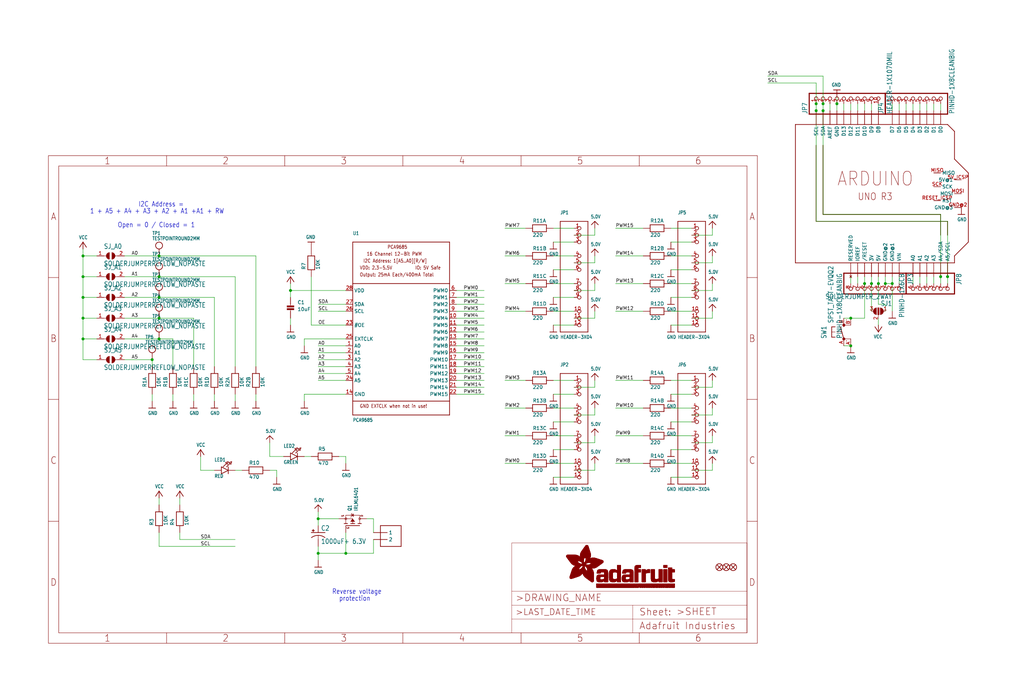
<source format=kicad_sch>
(kicad_sch (version 20211123) (generator eeschema)
  (paper "User" 376.047 256.769)
  (lib_symbols
    (symbol "eagleSchem-eagle-import:5.0V" (power)
      (property "Value" "5.0V" (at -1.524 3.556 0))
      (symbol "5.0V_1_0"
        (pin power_in line (at 0 0 90) (length 2.54) (name "5.0V") (number "1"))
      )
    )
    (symbol "eagleSchem-eagle-import:ARDUINO_R3_ICSP"
      (symbol "ARDUINO_R3_ICSP_1_0"
        (text "ARDUINO" (at 15.24 27.94 0) (effects (font (size 5.08 4.318)) (justify left bottom)))
        (text "UNO R3" (at 22.86 22.86 0) (effects (font (size 2.54 2.159)) (justify left bottom)))
        (pin power_in line (at 27.94 -5.08 90) (length 5.08) (name "3V") (number "3V"))
        (pin power_in line (at 30.48 -5.08 90) (length 5.08) (name "5V") (number "5V"))
        (pin passive line (at 60.96 30.48 180) (length 2.54) (name "5V@1") (number "5V_ICSP"))
        (pin bidirectional line (at 43.18 -5.08 90) (length 5.08) (name "A0") (number "A0"))
        (pin bidirectional line (at 45.72 -5.08 90) (length 5.08) (name "A1") (number "A1"))
        (pin bidirectional line (at 48.26 -5.08 90) (length 5.08) (name "A2") (number "A2"))
        (pin bidirectional line (at 50.8 -5.08 90) (length 5.08) (name "A3") (number "A3"))
        (pin bidirectional line (at 53.34 -5.08 90) (length 5.08) (name "A4/SDA") (number "A4"))
        (pin bidirectional line (at 55.88 -5.08 90) (length 5.08) (name "A5/SCL") (number "A5"))
        (pin bidirectional line (at 12.7 55.88 270) (length 5.08) (name "AREF") (number "AREF"))
        (pin bidirectional line (at 53.34 55.88 270) (length 5.08) (name "D0") (number "D0"))
        (pin bidirectional line (at 50.8 55.88 270) (length 5.08) (name "D1") (number "D1"))
        (pin bidirectional line (at 25.4 55.88 270) (length 5.08) (name "D10") (number "D10"))
        (pin bidirectional line (at 22.86 55.88 270) (length 5.08) (name "D11") (number "D11"))
        (pin bidirectional line (at 20.32 55.88 270) (length 5.08) (name "D12") (number "D12"))
        (pin bidirectional line (at 17.78 55.88 270) (length 5.08) (name "D13") (number "D13"))
        (pin bidirectional line (at 48.26 55.88 270) (length 5.08) (name "D2") (number "D2"))
        (pin bidirectional line (at 45.72 55.88 270) (length 5.08) (name "D3") (number "D3"))
        (pin bidirectional line (at 43.18 55.88 270) (length 5.08) (name "D4") (number "D4"))
        (pin bidirectional line (at 40.64 55.88 270) (length 5.08) (name "D5") (number "D5"))
        (pin bidirectional line (at 38.1 55.88 270) (length 5.08) (name "D6") (number "D6"))
        (pin bidirectional line (at 35.56 55.88 270) (length 5.08) (name "D7") (number "D7"))
        (pin bidirectional line (at 30.48 55.88 270) (length 5.08) (name "D8") (number "D8"))
        (pin bidirectional line (at 27.94 55.88 270) (length 5.08) (name "D9") (number "D9"))
        (pin power_in line (at 15.24 55.88 270) (length 5.08) (name "GND") (number "GND"))
        (pin power_in line (at 33.02 -5.08 90) (length 5.08) (name "GND@2") (number "GND@1"))
        (pin passive line (at 60.96 20.32 180) (length 2.54) (name "GND@3") (number "GND@2"))
        (pin power_in line (at 35.56 -5.08 90) (length 5.08) (name "GND@1") (number "GND@3"))
        (pin output line (at 22.86 -5.08 90) (length 5.08) (name "IOREF") (number "IOREF"))
        (pin passive line (at 50.8 33.02 0) (length 2.54) (name "MISO") (number "MISO"))
        (pin passive line (at 60.96 25.4 180) (length 2.54) (name "MOSI") (number "MOSI"))
        (pin no_connect line (at 20.32 -5.08 90) (length 5.08) (name "RESERVED") (number "RESERVED"))
        (pin bidirectional line (at 25.4 -5.08 90) (length 5.08) (name "/RESET") (number "RESET"))
        (pin passive line (at 50.8 22.86 0) (length 2.54) (name "RST") (number "RESET_ICSP"))
        (pin passive line (at 50.8 27.94 0) (length 2.54) (name "SCK") (number "SCK"))
        (pin bidirectional line (at 7.62 55.88 270) (length 5.08) (name "SCL") (number "SCL"))
        (pin bidirectional line (at 10.16 55.88 270) (length 5.08) (name "SDA") (number "SDA"))
        (pin power_in line (at 38.1 -5.08 90) (length 5.08) (name "VIN") (number "VIN"))
      )
    )
    (symbol "eagleSchem-eagle-import:CAP_CERAMIC0805"
      (property "Reference" "C" (at 2.54 2.54 0))
      (property "Value" "CAP_CERAMIC0805" (at 2.54 0 0))
      (symbol "CAP_CERAMIC0805_1_0"
        (pin passive line (at 0 5.08 270) (length 2.54) (name "P$1") (number "1"))
        (pin passive line (at 0 -2.54 90) (length 2.54) (name "P$2") (number "2"))
      )
    )
    (symbol "eagleSchem-eagle-import:CPOL-USE3.5-10"
      (property "Reference" "C" (at 1.016 0.635 0))
      (property "Value" "CPOL-USE3.5-10" (at 1.016 -4.191 0))
      (symbol "CPOL-USE3.5-10_1_0"
        (pin passive line (at 0 2.54 270) (length 2.54) (name "+") (number "+"))
        (pin passive line (at 0 -5.08 90) (length 2.54) (name "-") (number "-"))
      )
    )
    (symbol "eagleSchem-eagle-import:FIDUCIAL{dblquote}{dblquote}")
    (symbol "eagleSchem-eagle-import:FRAME_A4_ADAFRUIT"
      (symbol "FRAME_A4_ADAFRUIT_1_0"
        (text "1" (at 21.6958 1.905 0) (effects (font (size 2.54 2.286))))
        (text "1" (at 21.6958 177.165 0) (effects (font (size 2.54 2.286))))
        (text "2" (at 65.0875 1.905 0) (effects (font (size 2.54 2.286))))
        (text "2" (at 65.0875 177.165 0) (effects (font (size 2.54 2.286))))
        (text "3" (at 108.4792 1.905 0) (effects (font (size 2.54 2.286))))
        (text "3" (at 108.4792 177.165 0) (effects (font (size 2.54 2.286))))
        (text "4" (at 151.8708 1.905 0) (effects (font (size 2.54 2.286))))
        (text "4" (at 151.8708 177.165 0) (effects (font (size 2.54 2.286))))
        (text "5" (at 195.2625 1.905 0) (effects (font (size 2.54 2.286))))
        (text "5" (at 195.2625 177.165 0) (effects (font (size 2.54 2.286))))
        (text "6" (at 238.6542 1.905 0) (effects (font (size 2.54 2.286))))
        (text "6" (at 238.6542 177.165 0) (effects (font (size 2.54 2.286))))
        (text ">DRAWING_NAME" (at 171.45 15.24 0) (effects (font (size 2.54 2.54)) (justify left bottom)))
        (text ">LAST_DATE_TIME" (at 171.45 10.16 0) (effects (font (size 2.286 2.286)) (justify left bottom)))
        (text ">SHEET" (at 230.505 10.16 0) (effects (font (size 2.54 2.54)) (justify left bottom)))
        (text "A" (at 1.905 156.6863 0) (effects (font (size 2.54 2.286))))
        (text "A" (at 258.445 156.6863 0) (effects (font (size 2.54 2.286))))
        (text "Adafruit Industries" (at 216.916 4.953 0) (effects (font (size 2.54 2.54)) (justify left bottom)))
        (text "B" (at 1.905 111.9188 0) (effects (font (size 2.54 2.286))))
        (text "B" (at 258.445 111.9188 0) (effects (font (size 2.54 2.286))))
        (text "C" (at 1.905 67.1513 0) (effects (font (size 2.54 2.286))))
        (text "C" (at 258.445 67.1513 0) (effects (font (size 2.54 2.286))))
        (text "D" (at 1.905 22.3838 0) (effects (font (size 2.54 2.286))))
        (text "D" (at 258.445 22.3838 0) (effects (font (size 2.54 2.286))))
        (text "Sheet:" (at 216.916 10.033 0) (effects (font (size 2.54 2.54)) (justify left bottom)))
      )
    )
    (symbol "eagleSchem-eagle-import:GND" (power)
      (property "Value" "GND" (at -1.524 -2.54 0))
      (symbol "GND_1_0"
        (pin power_in line (at 0 2.54 270) (length 2.54) (name "GND") (number "1"))
      )
    )
    (symbol "eagleSchem-eagle-import:HEADER-1X1070MIL"
      (property "Reference" "JP" (at -6.35 13.335 0))
      (property "Value" "HEADER-1X1070MIL" (at -6.35 -17.78 0))
      (symbol "HEADER-1X1070MIL_1_0"
        (pin passive inverted (at -2.54 10.16 0) (length 2.54) (name "1") (number "1"))
        (pin passive inverted (at -2.54 -12.7 0) (length 2.54) (name "10") (number "10"))
        (pin passive inverted (at -2.54 7.62 0) (length 2.54) (name "2") (number "2"))
        (pin passive inverted (at -2.54 5.08 0) (length 2.54) (name "3") (number "3"))
        (pin passive inverted (at -2.54 2.54 0) (length 2.54) (name "4") (number "4"))
        (pin passive inverted (at -2.54 0 0) (length 2.54) (name "5") (number "5"))
        (pin passive inverted (at -2.54 -2.54 0) (length 2.54) (name "6") (number "6"))
        (pin passive inverted (at -2.54 -5.08 0) (length 2.54) (name "7") (number "7"))
        (pin passive inverted (at -2.54 -7.62 0) (length 2.54) (name "8") (number "8"))
        (pin passive inverted (at -2.54 -10.16 0) (length 2.54) (name "9") (number "9"))
      )
    )
    (symbol "eagleSchem-eagle-import:HEADER-3X04"
      (property "Reference" "JP" (at -5.08 22.86 0))
      (property "Value" "HEADER-3X04" (at -5.08 -22.86 0))
      (symbol "HEADER-3X04_1_0"
        (pin passive inverted (at 0 17.78 0) (length 2.54) (name "1") (number "1"))
        (pin passive inverted (at 0 -12.7 0) (length 2.54) (name "10") (number "10"))
        (pin passive inverted (at 0 -15.24 0) (length 2.54) (name "11") (number "11"))
        (pin passive inverted (at 0 -17.78 0) (length 2.54) (name "12") (number "12"))
        (pin passive inverted (at 0 15.24 0) (length 2.54) (name "2") (number "2"))
        (pin passive inverted (at 0 12.7 0) (length 2.54) (name "3") (number "3"))
        (pin passive inverted (at 0 7.62 0) (length 2.54) (name "4") (number "4"))
        (pin passive inverted (at 0 5.08 0) (length 2.54) (name "5") (number "5"))
        (pin passive inverted (at 0 2.54 0) (length 2.54) (name "6") (number "6"))
        (pin passive inverted (at 0 -2.54 0) (length 2.54) (name "7") (number "7"))
        (pin passive inverted (at 0 -5.08 0) (length 2.54) (name "8") (number "8"))
        (pin passive inverted (at 0 -7.62 0) (length 2.54) (name "9") (number "9"))
      )
    )
    (symbol "eagleSchem-eagle-import:LED0805"
      (property "Reference" "LED" (at -5.08 3.175 0))
      (property "Value" "LED0805" (at -5.08 -2.794 0))
      (symbol "LED0805_1_0"
        (pin passive line (at -5.08 0 0) (length 2.54) (name "A") (number "A"))
        (pin passive line (at 2.54 0 180) (length 2.54) (name "C") (number "C"))
      )
    )
    (symbol "eagleSchem-eagle-import:MOSFET-PWIDE"
      (property "Reference" "Q" (at 2.794 0.381 0))
      (property "Value" "MOSFET-PWIDE" (at 2.794 -1.905 0))
      (symbol "MOSFET-PWIDE_1_0"
        (text "D" (at 0.635 -3.81 0) (effects (font (size 0.8128 0.6908)) (justify left bottom)))
        (text "G" (at -3.81 1.27 0) (effects (font (size 0.8128 0.6908)) (justify left bottom)))
        (text "S" (at 0.635 3.175 0) (effects (font (size 0.8128 0.6908)) (justify left bottom)))
        (pin passive line (at -5.08 2.54 0) (length 2.54) (name "G") (number "1"))
        (pin passive line (at 0 5.08 270) (length 2.54) (name "S") (number "2"))
        (pin passive line (at 0 -5.08 90) (length 2.54) (name "D") (number "3"))
      )
    )
    (symbol "eagleSchem-eagle-import:PCA9685"
      (property "Reference" "U" (at -17.78 35.56 0))
      (property "Value" "PCA9685" (at -17.78 -33.02 0))
      (symbol "PCA9685_1_0"
        (text "16 Channel 12-Bit PWM" (at -12.7 27.94 0) (effects (font (size 1.27 1.0795)) (justify left bottom)))
        (text "GND EXTCLK when not in use!" (at -15.24 -27.94 0) (effects (font (size 1.27 1.0795)) (justify left bottom)))
        (text "I2C Address: 1[A5..A0][R/W]" (at -13.97 25.4 0) (effects (font (size 1.27 1.0795)) (justify left bottom)))
        (text "IO: 5V Safe" (at 5.08 22.86 0) (effects (font (size 1.27 1.0795)) (justify left bottom)))
        (text "Output: 25mA Each/400mA Total" (at -15.24 20.32 0) (effects (font (size 1.27 1.0795)) (justify left bottom)))
        (text "PCA9685" (at -5.08 30.48 0) (effects (font (size 1.27 1.0795)) (justify left bottom)))
        (text "VDD: 2.3-5.5V" (at -15.24 22.86 0) (effects (font (size 1.27 1.0795)) (justify left bottom)))
        (pin bidirectional line (at -20.32 -5.08 0) (length 2.54) (name "A0") (number "1"))
        (pin output line (at 20.32 5.08 180) (length 2.54) (name "PWM4") (number "10"))
        (pin output line (at 20.32 2.54 180) (length 2.54) (name "PWM5") (number "11"))
        (pin output line (at 20.32 0 180) (length 2.54) (name "PWM6") (number "12"))
        (pin output line (at 20.32 -2.54 180) (length 2.54) (name "PWM7") (number "13"))
        (pin power_in line (at -20.32 -22.86 0) (length 2.54) (name "GND") (number "14"))
        (pin output line (at 20.32 -5.08 180) (length 2.54) (name "PWM8") (number "15"))
        (pin output line (at 20.32 -7.62 180) (length 2.54) (name "PWM9") (number "16"))
        (pin output line (at 20.32 -10.16 180) (length 2.54) (name "PWM10") (number "17"))
        (pin output line (at 20.32 -12.7 180) (length 2.54) (name "PWM11") (number "18"))
        (pin output line (at 20.32 -15.24 180) (length 2.54) (name "PWM12") (number "19"))
        (pin bidirectional line (at -20.32 -7.62 0) (length 2.54) (name "A1") (number "2"))
        (pin output line (at 20.32 -17.78 180) (length 2.54) (name "PWM13") (number "20"))
        (pin output line (at 20.32 -20.32 180) (length 2.54) (name "PWM14") (number "21"))
        (pin output line (at 20.32 -22.86 180) (length 2.54) (name "PWM15") (number "22"))
        (pin input line (at -20.32 2.54 0) (length 2.54) (name "#OE") (number "23"))
        (pin bidirectional line (at -20.32 -17.78 0) (length 2.54) (name "A5") (number "24"))
        (pin input line (at -20.32 -2.54 0) (length 2.54) (name "EXTCLK") (number "25"))
        (pin bidirectional line (at -20.32 7.62 0) (length 2.54) (name "SCL") (number "26"))
        (pin bidirectional line (at -20.32 10.16 0) (length 2.54) (name "SDA") (number "27"))
        (pin power_in line (at -20.32 15.24 0) (length 2.54) (name "VDD") (number "28"))
        (pin bidirectional line (at -20.32 -10.16 0) (length 2.54) (name "A2") (number "3"))
        (pin bidirectional line (at -20.32 -12.7 0) (length 2.54) (name "A3") (number "4"))
        (pin bidirectional line (at -20.32 -15.24 0) (length 2.54) (name "A4") (number "5"))
        (pin output line (at 20.32 15.24 180) (length 2.54) (name "PWM0") (number "6"))
        (pin output line (at 20.32 12.7 180) (length 2.54) (name "PWM1") (number "7"))
        (pin output line (at 20.32 10.16 180) (length 2.54) (name "PWM2") (number "8"))
        (pin output line (at 20.32 7.62 180) (length 2.54) (name "PWM3") (number "9"))
      )
    )
    (symbol "eagleSchem-eagle-import:PINHD-1X6CB"
      (property "Reference" "JP" (at -6.35 10.795 0))
      (property "Value" "PINHD-1X6CB" (at -6.35 -10.16 0))
      (symbol "PINHD-1X6CB_1_0"
        (pin passive inverted (at -2.54 7.62 0) (length 2.54) (name "1") (number "1"))
        (pin passive inverted (at -2.54 5.08 0) (length 2.54) (name "2") (number "2"))
        (pin passive inverted (at -2.54 2.54 0) (length 2.54) (name "3") (number "3"))
        (pin passive inverted (at -2.54 0 0) (length 2.54) (name "4") (number "4"))
        (pin passive inverted (at -2.54 -2.54 0) (length 2.54) (name "5") (number "5"))
        (pin passive inverted (at -2.54 -5.08 0) (length 2.54) (name "6") (number "6"))
      )
    )
    (symbol "eagleSchem-eagle-import:PINHD-1X8CLEANBIG"
      (property "Reference" "JP" (at -6.35 10.795 0))
      (property "Value" "PINHD-1X8CLEANBIG" (at -6.35 -15.24 0))
      (symbol "PINHD-1X8CLEANBIG_1_0"
        (pin passive inverted (at -2.54 7.62 0) (length 2.54) (name "1") (number "1"))
        (pin passive inverted (at -2.54 5.08 0) (length 2.54) (name "2") (number "2"))
        (pin passive inverted (at -2.54 2.54 0) (length 2.54) (name "3") (number "3"))
        (pin passive inverted (at -2.54 0 0) (length 2.54) (name "4") (number "4"))
        (pin passive inverted (at -2.54 -2.54 0) (length 2.54) (name "5") (number "5"))
        (pin passive inverted (at -2.54 -5.08 0) (length 2.54) (name "6") (number "6"))
        (pin passive inverted (at -2.54 -7.62 0) (length 2.54) (name "7") (number "7"))
        (pin passive inverted (at -2.54 -10.16 0) (length 2.54) (name "8") (number "8"))
      )
    )
    (symbol "eagleSchem-eagle-import:RESISTOR0805"
      (property "Reference" "R" (at -2.54 2.032 0))
      (property "Value" "RESISTOR0805" (at -2.54 -3.175 0))
      (symbol "RESISTOR0805_1_0"
        (pin passive line (at -5.08 0 0) (length 2.54) (name "1") (number "1"))
        (pin passive line (at 5.08 0 180) (length 2.54) (name "2") (number "2"))
      )
    )
    (symbol "eagleSchem-eagle-import:RESISTOR_4PACK"
      (property "Reference" "R" (at -2.54 2.032 0))
      (property "Value" "RESISTOR_4PACK" (at -2.54 -3.175 0))
      (symbol "RESISTOR_4PACK_1_0"
        (pin passive line (at -5.08 0 0) (length 2.54) (name "1") (number "1"))
        (pin passive line (at 5.08 0 180) (length 2.54) (name "2") (number "8"))
      )
      (symbol "RESISTOR_4PACK_2_0"
        (pin passive line (at -5.08 0 0) (length 2.54) (name "1") (number "2"))
        (pin passive line (at 5.08 0 180) (length 2.54) (name "2") (number "7"))
      )
      (symbol "RESISTOR_4PACK_3_0"
        (pin passive line (at -5.08 0 0) (length 2.54) (name "1") (number "3"))
        (pin passive line (at 5.08 0 180) (length 2.54) (name "2") (number "6"))
      )
      (symbol "RESISTOR_4PACK_4_0"
        (pin passive line (at -5.08 0 0) (length 2.54) (name "1") (number "4"))
        (pin passive line (at 5.08 0 180) (length 2.54) (name "2") (number "5"))
      )
    )
    (symbol "eagleSchem-eagle-import:SOLDERJUMPERREFLOW_NOPASTE"
      (property "Reference" "SJ" (at -2.54 2.54 0))
      (property "Value" "SOLDERJUMPERREFLOW_NOPASTE" (at -2.54 -3.81 0))
      (symbol "SOLDERJUMPERREFLOW_NOPASTE_1_0"
        (pin passive line (at -5.08 0 0) (length 2.54) (name "1") (number "1"))
        (pin passive line (at 5.08 0 180) (length 2.54) (name "2") (number "2"))
      )
    )
    (symbol "eagleSchem-eagle-import:SOLDERJUMPER_2WAY"
      (property "Reference" "SJ" (at -5.08 -3.81 0))
      (property "Value" "SOLDERJUMPER_2WAY" (at -5.08 -6.35 0))
      (symbol "SOLDERJUMPER_2WAY_1_0"
        (pin passive line (at -2.54 0 0) (length 0) (name "1") (number "1"))
        (pin passive line (at 0 2.54 270) (length 0) (name "2") (number "2"))
        (pin passive line (at 2.54 0 180) (length 0) (name "3") (number "3"))
      )
    )
    (symbol "eagleSchem-eagle-import:SPST_TACT-EVQQ2"
      (property "Reference" "SW" (at -6.35 -2.54 90))
      (property "Value" "SPST_TACT-EVQQ2" (at -3.81 3.175 90))
      (symbol "SPST_TACT-EVQQ2_1_0"
        (pin passive line (at 0 -5.08 90) (length 2.54) (name "P") (number "A"))
        (pin passive line (at 2.54 -5.08 90) (length 2.54) (name "P1") (number "A'"))
        (pin passive line (at 0 5.08 270) (length 2.54) (name "S") (number "B"))
        (pin passive line (at 2.54 5.08 270) (length 2.54) (name "S1") (number "B'"))
      )
    )
    (symbol "eagleSchem-eagle-import:TERMBLOCK_1X2-3.5MM"
      (symbol "TERMBLOCK_1X2-3.5MM_1_0"
        (pin passive line (at -5.08 2.54 0) (length 5.08) (name "1") (number "1"))
        (pin passive line (at -5.08 0 0) (length 5.08) (name "2") (number "2"))
      )
    )
    (symbol "eagleSchem-eagle-import:TESTPOINTROUND2MM"
      (property "Reference" "TP" (at -2.54 7.62 0))
      (property "Value" "TESTPOINTROUND2MM" (at -2.54 5.715 0))
      (symbol "TESTPOINTROUND2MM_1_0"
        (pin bidirectional line (at 0 0 90) (length 2.54) (name "P$1") (number "P$1"))
      )
    )
    (symbol "eagleSchem-eagle-import:VCC" (power)
      (property "Value" "VCC" (at -1.524 3.556 0))
      (symbol "VCC_1_0"
        (pin power_in line (at 0 0 90) (length 2.54) (name "VCC") (number "1"))
      )
    )
  )
  (junction (at 299.72 38.1))
  (junction (at 302.26 38.1))
  (junction (at 58.42 109.22))
  (junction (at 327.66 104.14))
  (junction (at 312.42 127))
  (junction (at 30.48 124.46))
  (junction (at 30.48 109.22))
  (junction (at 317.5 104.14))
  (junction (at 307.34 38.1))
  (junction (at 30.48 116.84))
  (junction (at 58.42 116.84))
  (junction (at 347.98 101.6))
  (junction (at 55.88 132.08))
  (junction (at 322.58 104.14))
  (junction (at 312.42 116.84))
  (junction (at 320.04 104.14))
  (junction (at 106.68 106.68))
  (junction (at 299.72 40.64))
  (junction (at 30.48 101.6))
  (junction (at 58.42 101.6))
  (junction (at 58.42 93.98))
  (junction (at 116.84 190.5))
  (junction (at 58.42 124.46))
  (junction (at 127 203.2))
  (junction (at 116.84 203.2))
  (junction (at 30.48 93.98))
  (junction (at 302.26 40.64))
  (junction (at 345.44 101.6))
  (junction (at 325.12 104.14))
  (wire (pts (xy 340.36 38.1) (xy 340.36 40.64)))
  (wire (pts (xy 312.42 127) (xy 309.88 127)))
  (wire (pts (xy 254 86.36) (xy 261.62 86.36)))
  (wire (pts (xy 127 111.76) (xy 116.84 111.76)))
  (wire (pts (xy 261.62 152.4) (xy 261.62 149.86)))
  (wire (pts (xy 127 119.38) (xy 114.3 119.38)))
  (wire (pts (xy 127 114.3) (xy 116.84 114.3)))
  (wire (pts (xy 127 195.58) (xy 127 203.2)))
  (wire (pts (xy 210.82 165.1) (xy 203.2 165.1)))
  (wire (pts (xy 236.22 93.98) (xy 226.06 93.98)))
  (wire (pts (xy 320.04 104.14) (xy 320.04 101.6)))
  (wire (pts (xy 193.04 170.18) (xy 185.42 170.18)))
  (wire (pts (xy 30.48 116.84) (xy 30.48 109.22)))
  (wire (pts (xy 66.04 185.42) (xy 66.04 182.88)))
  (wire (pts (xy 261.62 142.24) (xy 261.62 139.7)))
  (wire (pts (xy 261.62 172.72) (xy 261.62 170.18)))
  (wire (pts (xy 210.82 88.9) (xy 203.2 88.9)))
  (wire (pts (xy 127 127) (xy 116.84 127)))
  (wire (pts (xy 312.42 38.1) (xy 312.42 40.64)))
  (wire (pts (xy 111.76 167.64) (xy 114.3 167.64)))
  (wire (pts (xy 30.48 101.6) (xy 30.48 93.98)))
  (wire (pts (xy 246.38 83.82) (xy 254 83.82)))
  (wire (pts (xy 30.48 132.08) (xy 30.48 124.46)))
  (wire (pts (xy 345.44 38.1) (xy 345.44 40.64)))
  (wire (pts (xy 73.66 172.72) (xy 78.74 172.72)))
  (wire (pts (xy 342.9 104.14) (xy 342.9 101.6)))
  (wire (pts (xy 309.88 116.84) (xy 312.42 116.84)))
  (wire (pts (xy 167.64 121.92) (xy 177.8 121.92)))
  (wire (pts (xy 45.72 93.98) (xy 58.42 93.98)))
  (wire (pts (xy 167.64 132.08) (xy 177.8 132.08)))
  (wire (pts (xy 246.38 160.02) (xy 254 160.02)))
  (wire (pts (xy 124.46 167.64) (xy 127 167.64)))
  (wire (pts (xy 86.36 200.66) (xy 58.42 200.66)))
  (wire (pts (xy 116.84 203.2) (xy 116.84 205.74)))
  (wire (pts (xy 106.68 116.84) (xy 106.68 119.38)))
  (wire (pts (xy 342.9 38.1) (xy 342.9 40.64)))
  (wire (pts (xy 327.66 104.14) (xy 327.66 101.6)))
  (wire (pts (xy 127 167.64) (xy 127 170.18)))
  (wire (pts (xy 210.82 172.72) (xy 218.44 172.72)))
  (wire (pts (xy 210.82 154.94) (xy 203.2 154.94)))
  (wire (pts (xy 254 119.38) (xy 246.38 119.38)))
  (wire (pts (xy 335.28 38.1) (xy 335.28 40.64)))
  (wire (pts (xy 314.96 104.14) (xy 314.96 101.6)))
  (wire (pts (xy 167.64 144.78) (xy 177.8 144.78)))
  (wire (pts (xy 193.04 83.82) (xy 185.42 83.82)))
  (wire (pts (xy 111.76 124.46) (xy 111.76 127)))
  (wire (pts (xy 261.62 116.84) (xy 261.62 114.3)))
  (wire (pts (xy 66.04 198.12) (xy 66.04 195.58)))
  (wire (pts (xy 340.36 104.14) (xy 340.36 101.6)))
  (wire (pts (xy 86.36 172.72) (xy 88.9 172.72)))
  (wire (pts (xy 203.2 114.3) (xy 210.82 114.3)))
  (wire (pts (xy 167.64 139.7) (xy 177.8 139.7)))
  (wire (pts (xy 203.2 104.14) (xy 210.82 104.14)))
  (wire (pts (xy 347.98 81.28) (xy 347.98 101.6)))
  (wire (pts (xy 86.36 198.12) (xy 66.04 198.12)))
  (wire (pts (xy 254 172.72) (xy 261.62 172.72)))
  (wire (pts (xy 203.2 139.7) (xy 210.82 139.7)))
  (wire (pts (xy 45.72 132.08) (xy 55.88 132.08)))
  (wire (pts (xy 236.22 149.86) (xy 226.06 149.86)))
  (wire (pts (xy 203.2 160.02) (xy 210.82 160.02)))
  (wire (pts (xy 167.64 134.62) (xy 177.8 134.62)))
  (wire (pts (xy 193.04 149.86) (xy 185.42 149.86)))
  (wire (pts (xy 63.5 124.46) (xy 63.5 134.62)))
  (wire (pts (xy 322.58 38.1) (xy 322.58 40.64)))
  (wire (pts (xy 337.82 104.14) (xy 337.82 101.6)))
  (wire (pts (xy 86.36 101.6) (xy 86.36 134.62)))
  (wire (pts (xy 116.84 200.66) (xy 116.84 203.2)))
  (wire (pts (xy 254 116.84) (xy 261.62 116.84)))
  (wire (pts (xy 210.82 142.24) (xy 218.44 142.24)))
  (wire (pts (xy 347.98 104.14) (xy 347.98 101.6)))
  (wire (pts (xy 127 139.7) (xy 116.84 139.7)))
  (wire (pts (xy 345.44 101.6) (xy 345.44 78.74)))
  (wire (pts (xy 327.66 114.3) (xy 327.66 104.14)))
  (wire (pts (xy 99.06 172.72) (xy 101.6 172.72)))
  (wire (pts (xy 261.62 162.56) (xy 261.62 160.02)))
  (wire (pts (xy 309.88 38.1) (xy 309.88 40.64)))
  (wire (pts (xy 317.5 104.14) (xy 317.5 101.6)))
  (wire (pts (xy 193.04 160.02) (xy 185.42 160.02)))
  (wire (pts (xy 210.82 99.06) (xy 203.2 99.06)))
  (wire (pts (xy 35.56 101.6) (xy 30.48 101.6)))
  (wire (pts (xy 210.82 175.26) (xy 203.2 175.26)))
  (wire (pts (xy 325.12 104.14) (xy 325.12 101.6)))
  (wire (pts (xy 246.38 93.98) (xy 254 93.98)))
  (wire (pts (xy 337.82 38.1) (xy 337.82 40.64)))
  (wire (pts (xy 63.5 144.78) (xy 63.5 147.32)))
  (wire (pts (xy 299.72 81.28) (xy 347.98 81.28)))
  (wire (pts (xy 314.96 38.1) (xy 314.96 40.64)))
  (wire (pts (xy 167.64 106.68) (xy 177.8 106.68)))
  (wire (pts (xy 236.22 170.18) (xy 226.06 170.18)))
  (wire (pts (xy 335.28 104.14) (xy 335.28 101.6)))
  (wire (pts (xy 210.82 152.4) (xy 218.44 152.4)))
  (wire (pts (xy 210.82 109.22) (xy 203.2 109.22)))
  (wire (pts (xy 218.44 86.36) (xy 218.44 83.82)))
  (wire (pts (xy 35.56 124.46) (xy 30.48 124.46)))
  (wire (pts (xy 210.82 144.78) (xy 203.2 144.78)))
  (wire (pts (xy 246.38 170.18) (xy 254 170.18)))
  (wire (pts (xy 246.38 139.7) (xy 254 139.7)))
  (wire (pts (xy 322.58 104.14) (xy 322.58 111.76)))
  (wire (pts (xy 93.98 144.78) (xy 93.98 147.32)))
  (wire (pts (xy 236.22 139.7) (xy 226.06 139.7)))
  (wire (pts (xy 332.74 38.1) (xy 332.74 40.64)))
  (wire (pts (xy 127 203.2) (xy 137.16 203.2)))
  (wire (pts (xy 261.62 86.36) (xy 261.62 83.82)))
  (wire (pts (xy 58.42 116.84) (xy 71.12 116.84)))
  (wire (pts (xy 320.04 38.1) (xy 320.04 40.64)))
  (wire (pts (xy 218.44 96.52) (xy 218.44 93.98)))
  (wire (pts (xy 30.48 124.46) (xy 30.48 116.84)))
  (wire (pts (xy 124.46 190.5) (xy 116.84 190.5)))
  (wire (pts (xy 55.88 132.08) (xy 55.88 134.62)))
  (wire (pts (xy 218.44 116.84) (xy 218.44 114.3)))
  (wire (pts (xy 218.44 142.24) (xy 218.44 139.7)))
  (wire (pts (xy 261.62 96.52) (xy 261.62 93.98)))
  (wire (pts (xy 116.84 190.5) (xy 116.84 193.04)))
  (wire (pts (xy 99.06 167.64) (xy 99.06 162.56)))
  (wire (pts (xy 302.26 78.74) (xy 302.26 40.64)))
  (wire (pts (xy 325.12 111.76) (xy 325.12 114.3)))
  (wire (pts (xy 330.2 104.14) (xy 330.2 101.6)))
  (wire (pts (xy 345.44 78.74) (xy 302.26 78.74)))
  (wire (pts (xy 45.72 101.6) (xy 58.42 101.6)))
  (wire (pts (xy 203.2 149.86) (xy 210.82 149.86)))
  (wire (pts (xy 236.22 83.82) (xy 226.06 83.82)))
  (wire (pts (xy 193.04 104.14) (xy 185.42 104.14)))
  (wire (pts (xy 127 144.78) (xy 111.76 144.78)))
  (wire (pts (xy 320.04 114.3) (xy 320.04 104.14)))
  (wire (pts (xy 45.72 116.84) (xy 58.42 116.84)))
  (wire (pts (xy 106.68 106.68) (xy 127 106.68)))
  (wire (pts (xy 302.26 27.94) (xy 281.94 27.94)))
  (wire (pts (xy 167.64 137.16) (xy 177.8 137.16)))
  (wire (pts (xy 246.38 114.3) (xy 254 114.3)))
  (wire (pts (xy 101.6 172.72) (xy 101.6 175.26)))
  (wire (pts (xy 322.58 111.76) (xy 325.12 111.76)))
  (wire (pts (xy 203.2 83.82) (xy 210.82 83.82)))
  (wire (pts (xy 325.12 104.14) (xy 327.66 104.14)))
  (wire (pts (xy 246.38 104.14) (xy 254 104.14)))
  (wire (pts (xy 254 99.06) (xy 246.38 99.06)))
  (wire (pts (xy 302.26 38.1) (xy 302.26 27.94)))
  (wire (pts (xy 127 124.46) (xy 111.76 124.46)))
  (wire (pts (xy 261.62 106.68) (xy 261.62 104.14)))
  (wire (pts (xy 116.84 203.2) (xy 127 203.2)))
  (wire (pts (xy 322.58 104.14) (xy 322.58 101.6)))
  (wire (pts (xy 302.26 38.1) (xy 302.26 40.64)))
  (wire (pts (xy 210.82 116.84) (xy 218.44 116.84)))
  (wire (pts (xy 254 96.52) (xy 261.62 96.52)))
  (wire (pts (xy 254 109.22) (xy 246.38 109.22)))
  (wire (pts (xy 93.98 93.98) (xy 93.98 134.62)))
  (wire (pts (xy 137.16 203.2) (xy 137.16 198.12)))
  (wire (pts (xy 58.42 124.46) (xy 63.5 124.46)))
  (wire (pts (xy 167.64 142.24) (xy 177.8 142.24)))
  (wire (pts (xy 55.88 144.78) (xy 55.88 147.32)))
  (wire (pts (xy 210.82 119.38) (xy 203.2 119.38)))
  (wire (pts (xy 254 162.56) (xy 261.62 162.56)))
  (wire (pts (xy 218.44 152.4) (xy 218.44 149.86)))
  (wire (pts (xy 167.64 109.22) (xy 177.8 109.22)))
  (wire (pts (xy 58.42 185.42) (xy 58.42 182.88)))
  (wire (pts (xy 114.3 119.38) (xy 114.3 101.6)))
  (wire (pts (xy 127 137.16) (xy 116.84 137.16)))
  (wire (pts (xy 193.04 114.3) (xy 185.42 114.3)))
  (wire (pts (xy 322.58 119.38) (xy 322.58 116.84)))
  (wire (pts (xy 210.82 86.36) (xy 218.44 86.36)))
  (wire (pts (xy 254 106.68) (xy 261.62 106.68)))
  (wire (pts (xy 317.5 38.1) (xy 317.5 40.64)))
  (wire (pts (xy 312.42 104.14) (xy 312.42 101.6)))
  (wire (pts (xy 45.72 109.22) (xy 58.42 109.22)))
  (wire (pts (xy 167.64 127) (xy 177.8 127)))
  (wire (pts (xy 58.42 109.22) (xy 78.74 109.22)))
  (wire (pts (xy 137.16 190.5) (xy 137.16 195.58)))
  (wire (pts (xy 254 152.4) (xy 261.62 152.4)))
  (wire (pts (xy 254 144.78) (xy 246.38 144.78)))
  (wire (pts (xy 254 142.24) (xy 261.62 142.24)))
  (wire (pts (xy 345.44 104.14) (xy 345.44 101.6)))
  (wire (pts (xy 236.22 160.02) (xy 226.06 160.02)))
  (wire (pts (xy 304.8 38.1) (xy 304.8 40.64)))
  (wire (pts (xy 73.66 172.72) (xy 73.66 167.64)))
  (wire (pts (xy 327.66 38.1) (xy 327.66 40.64)))
  (wire (pts (xy 78.74 144.78) (xy 78.74 147.32)))
  (wire (pts (xy 35.56 132.08) (xy 30.48 132.08)))
  (wire (pts (xy 167.64 114.3) (xy 177.8 114.3)))
  (wire (pts (xy 218.44 172.72) (xy 218.44 170.18)))
  (wire (pts (xy 167.64 119.38) (xy 177.8 119.38)))
  (wire (pts (xy 134.62 190.5) (xy 137.16 190.5)))
  (wire (pts (xy 307.34 38.1) (xy 307.34 40.64)))
  (wire (pts (xy 30.48 109.22) (xy 30.48 101.6)))
  (wire (pts (xy 254 165.1) (xy 246.38 165.1)))
  (wire (pts (xy 299.72 38.1) (xy 299.72 30.48)))
  (wire (pts (xy 86.36 144.78) (xy 86.36 147.32)))
  (wire (pts (xy 185.42 93.98) (xy 193.04 93.98)))
  (wire (pts (xy 210.82 106.68) (xy 218.44 106.68)))
  (wire (pts (xy 111.76 144.78) (xy 111.76 147.32)))
  (wire (pts (xy 35.56 116.84) (xy 30.48 116.84)))
  (wire (pts (xy 167.64 111.76) (xy 177.8 111.76)))
  (wire (pts (xy 127 129.54) (xy 116.84 129.54)))
  (wire (pts (xy 218.44 162.56) (xy 218.44 160.02)))
  (wire (pts (xy 312.42 116.84) (xy 317.5 116.84)))
  (wire (pts (xy 58.42 200.66) (xy 58.42 195.58)))
  (wire (pts (xy 210.82 96.52) (xy 218.44 96.52)))
  (wire (pts (xy 299.72 30.48) (xy 281.94 30.48)))
  (wire (pts (xy 254 154.94) (xy 246.38 154.94)))
  (wire (pts (xy 254 175.26) (xy 246.38 175.26)))
  (wire (pts (xy 167.64 124.46) (xy 177.8 124.46)))
  (wire (pts (xy 193.04 139.7) (xy 185.42 139.7)))
  (wire (pts (xy 71.12 116.84) (xy 71.12 134.62)))
  (wire (pts (xy 167.64 129.54) (xy 177.8 129.54)))
  (wire (pts (xy 78.74 109.22) (xy 78.74 134.62)))
  (wire (pts (xy 307.34 38.1) (xy 307.34 35.56)))
  (wire (pts (xy 330.2 38.1) (xy 330.2 40.64)))
  (wire (pts (xy 203.2 170.18) (xy 210.82 170.18)))
  (wire (pts (xy 236.22 114.3) (xy 226.06 114.3)))
  (wire (pts (xy 299.72 38.1) (xy 299.72 40.64)))
  (wire (pts (xy 71.12 144.78) (xy 71.12 147.32)))
  (wire (pts (xy 58.42 93.98) (xy 93.98 93.98)))
  (wire (pts (xy 58.42 101.6) (xy 86.36 101.6)))
  (wire (pts (xy 254 88.9) (xy 246.38 88.9)))
  (wire (pts (xy 246.38 149.86) (xy 254 149.86)))
  (wire (pts (xy 218.44 106.68) (xy 218.44 104.14)))
  (wire (pts (xy 236.22 104.14) (xy 226.06 104.14)))
  (wire (pts (xy 35.56 109.22) (xy 30.48 109.22)))
  (wire (pts (xy 210.82 162.56) (xy 218.44 162.56)))
  (wire (pts (xy 299.72 40.64) (xy 299.72 81.28)))
  (wire (pts (xy 106.68 104.14) (xy 106.68 106.68)))
  (wire (pts (xy 203.2 93.98) (xy 210.82 93.98)))
  (wire (pts (xy 167.64 116.84) (xy 177.8 116.84)))
  (wire (pts (xy 127 132.08) (xy 116.84 132.08)))
  (wire (pts (xy 116.84 187.96) (xy 116.84 190.5)))
  (wire (pts (xy 106.68 106.68) (xy 106.68 109.22)))
  (wire (pts (xy 45.72 124.46) (xy 58.42 124.46)))
  (wire (pts (xy 30.48 93.98) (xy 30.48 91.44)))
  (wire (pts (xy 35.56 93.98) (xy 30.48 93.98)))
  (wire (pts (xy 317.5 116.84) (xy 317.5 104.14)))
  (wire (pts (xy 99.06 167.64) (xy 104.14 167.64)))
  (wire (pts (xy 127 134.62) (xy 116.84 134.62)))
  (text "I2C Address =" (at 50.8 76.2 180) (effects (font (size 1.778 1.5113)) (justify left bottom)))
  (text "Reverse voltage" (at 121.92 218.44 180) (effects (font (size 1.778 1.5113)) (justify left bottom)))
  (text "Open = 0 / Closed = 1" (at 43.18 83.82 180) (effects (font (size 1.778 1.5113)) (justify left bottom)))
  (text "protection" (at 124.46 220.98 180) (effects (font (size 1.778 1.5113)) (justify left bottom)))
  (text "1 + A5 + A4 + A3 + A2 + A1 +A1 + RW" (at 33.02 78.74 180) (effects (font (size 1.778 1.5113)) (justify left bottom)))
  (label "PWM0" (at 185.42 170.18 0) (effects (font (size 1.2446 1.2446))))
  (label "A5" (at 116.84 139.7 0) (effects (font (size 1.2446 1.2446))))
  (label "PWM13" (at 226.06 104.14 0) (effects (font (size 1.2446 1.2446))))
  (label "SCL" (at 73.66 200.66 0) (effects (font (size 1.2446 1.2446))))
  (label "PWM9" (at 170.18 129.54 0) (effects (font (size 1.2446 1.2446))))
  (label "PWM11" (at 226.06 139.7 0) (effects (font (size 1.2446 1.2446))))
  (label "PWM7" (at 170.18 124.46 0) (effects (font (size 1.2446 1.2446))))
  (label "PWM6" (at 185.42 93.98 0) (effects (font (size 1.2446 1.2446))))
  (label "PWM3" (at 185.42 139.7 0) (effects (font (size 1.2446 1.2446))))
  (label "PWM8" (at 226.06 170.18 0) (effects (font (size 1.2446 1.2446))))
  (label "PWM14" (at 226.06 93.98 0) (effects (font (size 1.2446 1.2446))))
  (label "PWM1" (at 185.42 160.02 0) (effects (font (size 1.2446 1.2446))))
  (label "PWM1" (at 170.18 109.22 0) (effects (font (size 1.2446 1.2446))))
  (label "PWM13" (at 170.18 139.7 0) (effects (font (size 1.2446 1.2446))))
  (label "PWM2" (at 185.42 149.86 0) (effects (font (size 1.2446 1.2446))))
  (label "SCL" (at 281.94 30.48 0) (effects (font (size 1.2446 1.2446))))
  (label "PWM11" (at 170.18 134.62 0) (effects (font (size 1.2446 1.2446))))
  (label "PWM3" (at 170.18 114.3 0) (effects (font (size 1.2446 1.2446))))
  (label "PWM8" (at 170.18 127 0) (effects (font (size 1.2446 1.2446))))
  (label "A1" (at 48.26 101.6 0) (effects (font (size 1.2446 1.2446))))
  (label "PWM6" (at 170.18 121.92 0) (effects (font (size 1.2446 1.2446))))
  (label "A3" (at 48.26 116.84 0) (effects (font (size 1.2446 1.2446))))
  (label "PWM5" (at 170.18 119.38 0) (effects (font (size 1.2446 1.2446))))
  (label "PWM4" (at 185.42 114.3 0) (effects (font (size 1.2446 1.2446))))
  (label "PWM7" (at 185.42 83.82 0) (effects (font (size 1.2446 1.2446))))
  (label "PWM4" (at 170.18 116.84 0) (effects (font (size 1.2446 1.2446))))
  (label "A0" (at 116.84 127 0) (effects (font (size 1.2446 1.2446))))
  (label "A2" (at 116.84 132.08 0) (effects (font (size 1.2446 1.2446))))
  (label "A5" (at 48.26 132.08 0) (effects (font (size 1.2446 1.2446))))
  (label "PWM10" (at 170.18 132.08 0) (effects (font (size 1.2446 1.2446))))
  (label "PWM14" (at 170.18 142.24 0) (effects (font (size 1.2446 1.2446))))
  (label "A4" (at 48.26 124.46 0) (effects (font (size 1.2446 1.2446))))
  (label "A1" (at 116.84 129.54 0) (effects (font (size 1.2446 1.2446))))
  (label "OE" (at 116.84 119.38 0) (effects (font (size 1.2446 1.2446))))
  (label "PWM15" (at 170.18 144.78 0) (effects (font (size 1.2446 1.2446))))
  (label "PWM12" (at 170.18 137.16 0) (effects (font (size 1.2446 1.2446))))
  (label "SDA" (at 73.66 198.12 0) (effects (font (size 1.2446 1.2446))))
  (label "SDA" (at 116.84 111.76 0) (effects (font (size 1.2446 1.2446))))
  (label "PWM2" (at 170.18 111.76 0) (effects (font (size 1.2446 1.2446))))
  (label "A2" (at 48.26 109.22 0) (effects (font (size 1.2446 1.2446))))
  (label "SDA" (at 281.94 27.94 0) (effects (font (size 1.2446 1.2446))))
  (label "PWM0" (at 170.18 106.68 0) (effects (font (size 1.2446 1.2446))))
  (label "A0" (at 48.26 93.98 0) (effects (font (size 1.2446 1.2446))))
  (label "PWM12" (at 226.06 114.3 0) (effects (font (size 1.2446 1.2446))))
  (label "PWM5" (at 185.42 104.14 0) (effects (font (size 1.2446 1.2446))))
  (label "A3" (at 116.84 134.62 0) (effects (font (size 1.2446 1.2446))))
  (label "A4" (at 116.84 137.16 0) (effects (font (size 1.2446 1.2446))))
  (label "PWM9" (at 226.06 160.02 0) (effects (font (size 1.2446 1.2446))))
  (label "PWM15" (at 226.06 83.82 0) (effects (font (size 1.2446 1.2446))))
  (label "PWM10" (at 226.06 149.86 0) (effects (font (size 1.2446 1.2446))))
  (label "SCL" (at 116.84 114.3 0) (effects (font (size 1.2446 1.2446))))
  (symbol (lib_id "eagleSchem-eagle-import:5.0V") (at 218.44 104.14 0) (unit 1)
    (property "Reference" "#U$4" (effects hide))
    (property "Value" "5.0V" (at 216.916 100.584 0) (effects (font (size 1.27 1.0795)) (justify left bottom)))
    (property "Footprint" "eagleSchem:" (effects hide))
  )
  (symbol (lib_id "eagleSchem-eagle-import:GND") (at 246.38 147.32 0) (unit 1)
    (property "Reference" "#U$27" (effects hide))
    (property "Value" "GND" (at 244.856 149.86 0) (effects (font (size 1.27 1.0795)) (justify left bottom)))
    (property "Footprint" "eagleSchem:" (effects hide))
  )
  (symbol (lib_id "eagleSchem-eagle-import:VCC") (at 66.04 182.88 0) (unit 1)
    (property "Reference" "#P+10" (effects hide))
    (property "Value" "VCC" (at 64.516 179.324 0) (effects (font (size 1.27 1.0795)) (justify left bottom)))
    (property "Footprint" "eagleSchem:" (effects hide))
  )
  (symbol (lib_id "eagleSchem-eagle-import:GND") (at 246.38 91.44 0) (unit 1)
    (property "Reference" "#U$31" (effects hide))
    (property "Value" "GND" (at 244.856 93.98 0) (effects (font (size 1.27 1.0795)) (justify left bottom)))
    (property "Footprint" "eagleSchem:" (effects hide))
  )
  (symbol (lib_id "eagleSchem-eagle-import:MOSFET-PWIDE") (at 129.54 190.5 90) (unit 1)
    (property "Reference" "Q1" (at 129.159 187.706 0) (effects (font (size 1.27 1.0795)) (justify left bottom)))
    (property "Value" "IRLML6401" (at 131.445 187.706 0) (effects (font (size 1.27 1.0795)) (justify left bottom)))
    (property "Footprint" "eagleSchem:SOT23-WIDE" (effects hide))
  )
  (symbol (lib_id "eagleSchem-eagle-import:GND") (at 246.38 177.8 0) (unit 1)
    (property "Reference" "#U$33" (effects hide))
    (property "Value" "GND" (at 244.856 180.34 0) (effects (font (size 1.27 1.0795)) (justify left bottom)))
    (property "Footprint" "eagleSchem:" (effects hide))
  )
  (symbol (lib_id "eagleSchem-eagle-import:5.0V") (at 218.44 170.18 0) (unit 1)
    (property "Reference" "#U$9" (effects hide))
    (property "Value" "5.0V" (at 216.916 166.624 0) (effects (font (size 1.27 1.0795)) (justify left bottom)))
    (property "Footprint" "eagleSchem:" (effects hide))
  )
  (symbol (lib_id "eagleSchem-eagle-import:HEADER-1X1070MIL") (at 309.88 35.56 90) (unit 1)
    (property "Reference" "JP7" (at 296.545 41.91 0) (effects (font (size 1.778 1.5113)) (justify left bottom)))
    (property "Value" "HEADER-1X1070MIL" (at 327.66 41.91 0) (effects (font (size 1.778 1.5113)) (justify left bottom)))
    (property "Footprint" "eagleSchem:1X10_ROUND70" (effects hide))
  )
  (symbol (lib_id "eagleSchem-eagle-import:VCC") (at 322.58 119.38 180) (unit 1)
    (property "Reference" "#P+1" (effects hide))
    (property "Value" "VCC" (at 324.104 122.936 0) (effects (font (size 1.27 1.0795)) (justify left bottom)))
    (property "Footprint" "eagleSchem:" (effects hide))
  )
  (symbol (lib_id "eagleSchem-eagle-import:GND") (at 93.98 149.86 0) (unit 1)
    (property "Reference" "#U$41" (effects hide))
    (property "Value" "GND" (at 92.456 152.4 0) (effects (font (size 1.27 1.0795)) (justify left bottom)))
    (property "Footprint" "eagleSchem:" (effects hide))
  )
  (symbol (lib_id "eagleSchem-eagle-import:RESISTOR_4PACK") (at 241.3 104.14 0) (unit 3)
    (property "Reference" "R12" (at 238.76 102.108 0) (effects (justify left bottom)))
    (property "Value" "220" (at 238.76 107.315 0) (effects (justify left bottom)))
    (property "Footprint" "eagleSchem:RESPACK_4X0603" (effects hide))
  )
  (symbol (lib_id "eagleSchem-eagle-import:GND") (at 312.42 129.54 0) (unit 1)
    (property "Reference" "#U$53" (effects hide))
    (property "Value" "GND" (at 310.896 132.08 0) (effects (font (size 1.27 1.0795)) (justify left bottom)))
    (property "Footprint" "eagleSchem:" (effects hide))
  )
  (symbol (lib_id "eagleSchem-eagle-import:GND") (at 116.84 208.28 0) (unit 1)
    (property "Reference" "#U$46" (effects hide))
    (property "Value" "GND" (at 115.316 210.82 0) (effects (font (size 1.27 1.0795)) (justify left bottom)))
    (property "Footprint" "eagleSchem:" (effects hide))
  )
  (symbol (lib_id "eagleSchem-eagle-import:GND") (at 203.2 157.48 0) (unit 1)
    (property "Reference" "#U$23" (effects hide))
    (property "Value" "GND" (at 201.676 160.02 0) (effects (font (size 1.27 1.0795)) (justify left bottom)))
    (property "Footprint" "eagleSchem:" (effects hide))
  )
  (symbol (lib_id "eagleSchem-eagle-import:GND") (at 203.2 147.32 0) (unit 1)
    (property "Reference" "#U$22" (effects hide))
    (property "Value" "GND" (at 201.676 149.86 0) (effects (font (size 1.27 1.0795)) (justify left bottom)))
    (property "Footprint" "eagleSchem:" (effects hide))
  )
  (symbol (lib_id "eagleSchem-eagle-import:GND") (at 307.34 33.02 180) (unit 1)
    (property "Reference" "#U$48" (effects hide))
    (property "Value" "GND" (at 308.864 30.48 0) (effects (font (size 1.27 1.0795)) (justify left bottom)))
    (property "Footprint" "eagleSchem:" (effects hide))
  )
  (symbol (lib_id "eagleSchem-eagle-import:5.0V") (at 218.44 149.86 0) (unit 1)
    (property "Reference" "#U$7" (effects hide))
    (property "Value" "5.0V" (at 216.916 146.304 0) (effects (font (size 1.27 1.0795)) (justify left bottom)))
    (property "Footprint" "eagleSchem:" (effects hide))
  )
  (symbol (lib_id "eagleSchem-eagle-import:SOLDERJUMPERREFLOW_NOPASTE") (at 40.64 109.22 0) (unit 1)
    (property "Reference" "SJ_A2" (at 38.1 106.68 0) (effects (font (size 1.778 1.5113)) (justify left bottom)))
    (property "Value" "SOLDERJUMPERREFLOW_NOPASTE" (at 38.1 113.03 0) (effects (font (size 1.778 1.5113)) (justify left bottom)))
    (property "Footprint" "eagleSchem:SOLDERJUMPER_REFLOW_NOPASTE" (effects hide))
  )
  (symbol (lib_id "eagleSchem-eagle-import:VCC") (at 73.66 167.64 0) (unit 1)
    (property "Reference" "#P+9" (effects hide))
    (property "Value" "VCC" (at 72.136 164.084 0) (effects (font (size 1.27 1.0795)) (justify left bottom)))
    (property "Footprint" "eagleSchem:" (effects hide))
  )
  (symbol (lib_id "eagleSchem-eagle-import:GND") (at 101.6 177.8 0) (unit 1)
    (property "Reference" "#U$43" (effects hide))
    (property "Value" "GND" (at 100.076 180.34 0) (effects (font (size 1.27 1.0795)) (justify left bottom)))
    (property "Footprint" "eagleSchem:" (effects hide))
  )
  (symbol (lib_id "eagleSchem-eagle-import:SPST_TACT-EVQQ2") (at 309.88 121.92 0) (unit 1)
    (property "Reference" "SW1" (at 303.53 124.46 90) (effects (font (size 1.778 1.5113)) (justify left bottom)))
    (property "Value" "SPST_TACT-EVQQ2" (at 306.07 118.745 90) (effects (font (size 1.778 1.5113)) (justify left bottom)))
    (property "Footprint" "eagleSchem:EVQ-Q2" (effects hide))
  )
  (symbol (lib_id "eagleSchem-eagle-import:SOLDERJUMPERREFLOW_NOPASTE") (at 40.64 116.84 0) (unit 1)
    (property "Reference" "SJ_A3" (at 38.1 114.3 0) (effects (font (size 1.778 1.5113)) (justify left bottom)))
    (property "Value" "SOLDERJUMPERREFLOW_NOPASTE" (at 38.1 120.65 0) (effects (font (size 1.778 1.5113)) (justify left bottom)))
    (property "Footprint" "eagleSchem:SOLDERJUMPER_REFLOW_NOPASTE" (effects hide))
  )
  (symbol (lib_id "eagleSchem-eagle-import:RESISTOR0805") (at 93.98 172.72 0) (unit 1)
    (property "Reference" "R10" (at 91.44 170.688 0) (effects (justify left bottom)))
    (property "Value" "470" (at 91.44 175.895 0) (effects (justify left bottom)))
    (property "Footprint" "eagleSchem:0805" (effects hide))
  )
  (symbol (lib_id "eagleSchem-eagle-import:SOLDERJUMPER_2WAY") (at 322.58 114.3 180) (unit 1)
    (property "Reference" "SJ1" (at 327.66 110.49 0) (effects (font (size 1.778 1.5113)) (justify left bottom)))
    (property "Value" "SOLDERJUMPER_2WAY" (at 327.66 107.95 0) (effects (font (size 1.778 1.5113)) (justify left bottom)))
    (property "Footprint" "eagleSchem:SOLDERJUMPER_2WAY_OPEN_NOPASTE" (effects hide))
  )
  (symbol (lib_id "eagleSchem-eagle-import:RESISTOR_4PACK") (at 241.3 160.02 0) (unit 3)
    (property "Reference" "R14" (at 238.76 157.988 0) (effects (justify left bottom)))
    (property "Value" "220" (at 238.76 163.195 0) (effects (justify left bottom)))
    (property "Footprint" "eagleSchem:RESPACK_4X0603" (effects hide))
  )
  (symbol (lib_id "eagleSchem-eagle-import:GND") (at 246.38 101.6 0) (unit 1)
    (property "Reference" "#U$30" (effects hide))
    (property "Value" "GND" (at 244.856 104.14 0) (effects (font (size 1.27 1.0795)) (justify left bottom)))
    (property "Footprint" "eagleSchem:" (effects hide))
  )
  (symbol (lib_id "eagleSchem-eagle-import:5.0V") (at 261.62 93.98 0) (unit 1)
    (property "Reference" "#U$11" (effects hide))
    (property "Value" "5.0V" (at 260.096 90.424 0) (effects (font (size 1.27 1.0795)) (justify left bottom)))
    (property "Footprint" "eagleSchem:" (effects hide))
  )
  (symbol (lib_id "eagleSchem-eagle-import:5.0V") (at 218.44 114.3 0) (unit 1)
    (property "Reference" "#U$5" (effects hide))
    (property "Value" "5.0V" (at 216.916 110.744 0) (effects (font (size 1.27 1.0795)) (justify left bottom)))
    (property "Footprint" "eagleSchem:" (effects hide))
  )
  (symbol (lib_id "eagleSchem-eagle-import:PINHD-1X8CLEANBIG") (at 335.28 35.56 90) (unit 1)
    (property "Reference" "JP4" (at 324.485 41.91 0) (effects (font (size 1.778 1.5113)) (justify left bottom)))
    (property "Value" "PINHD-1X8CLEANBIG" (at 350.52 41.91 0) (effects (font (size 1.778 1.5113)) (justify left bottom)))
    (property "Footprint" "eagleSchem:1X08-CLEANBIG" (effects hide))
  )
  (symbol (lib_id "eagleSchem-eagle-import:PCA9685") (at 147.32 121.92 0) (unit 1)
    (property "Reference" "U1" (at 129.54 86.36 0) (effects (font (size 1.27 1.0795)) (justify left bottom)))
    (property "Value" "PCA9685" (at 129.54 154.94 0) (effects (font (size 1.27 1.0795)) (justify left bottom)))
    (property "Footprint" "eagleSchem:TSSOP28" (effects hide))
  )
  (symbol (lib_id "eagleSchem-eagle-import:GND") (at 111.76 129.54 0) (unit 1)
    (property "Reference" "#U$34" (effects hide))
    (property "Value" "GND" (at 110.236 132.08 0) (effects (font (size 1.27 1.0795)) (justify left bottom)))
    (property "Footprint" "eagleSchem:" (effects hide))
  )
  (symbol (lib_id "eagleSchem-eagle-import:RESISTOR_4PACK") (at 71.12 139.7 90) (unit 3)
    (property "Reference" "R1" (at 69.088 142.24 0) (effects (justify left bottom)))
    (property "Value" "10K" (at 74.295 142.24 0) (effects (justify left bottom)))
    (property "Footprint" "eagleSchem:RESPACK_4X0603" (effects hide))
  )
  (symbol (lib_id "eagleSchem-eagle-import:GND") (at 111.76 149.86 0) (unit 1)
    (property "Reference" "#U$35" (effects hide))
    (property "Value" "GND" (at 110.236 152.4 0) (effects (font (size 1.27 1.0795)) (justify left bottom)))
    (property "Footprint" "eagleSchem:" (effects hide))
  )
  (symbol (lib_id "eagleSchem-eagle-import:GND") (at 203.2 167.64 0) (unit 1)
    (property "Reference" "#U$24" (effects hide))
    (property "Value" "GND" (at 201.676 170.18 0) (effects (font (size 1.27 1.0795)) (justify left bottom)))
    (property "Footprint" "eagleSchem:" (effects hide))
  )
  (symbol (lib_id "eagleSchem-eagle-import:GND") (at 114.3 88.9 180) (unit 1)
    (property "Reference" "#U$52" (effects hide))
    (property "Value" "GND" (at 115.824 86.36 0) (effects (font (size 1.27 1.0795)) (justify left bottom)))
    (property "Footprint" "eagleSchem:" (effects hide))
  )
  (symbol (lib_id "eagleSchem-eagle-import:RESISTOR_4PACK") (at 198.12 93.98 0) (unit 2)
    (property "Reference" "R11" (at 195.58 91.948 0) (effects (justify left bottom)))
    (property "Value" "220" (at 195.58 97.155 0) (effects (justify left bottom)))
    (property "Footprint" "eagleSchem:RESPACK_4X0603" (effects hide))
  )
  (symbol (lib_id "eagleSchem-eagle-import:FIDUCIAL{dblquote}{dblquote}") (at 266.7 208.28 0) (unit 1)
    (property "Reference" "FID2" (effects hide))
    (property "Value" "FIDUCIAL{dblquote}{dblquote}" (effects hide))
    (property "Footprint" "eagleSchem:FIDUCIAL_1MM" (effects hide))
  )
  (symbol (lib_id "eagleSchem-eagle-import:GND") (at 246.38 157.48 0) (unit 1)
    (property "Reference" "#U$26" (effects hide))
    (property "Value" "GND" (at 244.856 160.02 0) (effects (font (size 1.27 1.0795)) (justify left bottom)))
    (property "Footprint" "eagleSchem:" (effects hide))
  )
  (symbol (lib_id "eagleSchem-eagle-import:PINHD-1X8CLEANBIG") (at 322.58 106.68 270) (unit 1)
    (property "Reference" "JP3" (at 333.375 100.33 0) (effects (font (size 1.778 1.5113)) (justify left bottom)))
    (property "Value" "PINHD-1X8CLEANBIG" (at 307.34 100.33 0) (effects (font (size 1.778 1.5113)) (justify left bottom)))
    (property "Footprint" "eagleSchem:1X08-CLEANBIG" (effects hide))
  )
  (symbol (lib_id "eagleSchem-eagle-import:RESISTOR_4PACK") (at 241.3 114.3 0) (unit 4)
    (property "Reference" "R12" (at 238.76 112.268 0) (effects (justify left bottom)))
    (property "Value" "220" (at 238.76 117.475 0) (effects (justify left bottom)))
    (property "Footprint" "eagleSchem:RESPACK_4X0603" (effects hide))
  )
  (symbol (lib_id "eagleSchem-eagle-import:RESISTOR_4PACK") (at 241.3 149.86 0) (unit 2)
    (property "Reference" "R14" (at 238.76 147.828 0) (effects (justify left bottom)))
    (property "Value" "220" (at 238.76 153.035 0) (effects (justify left bottom)))
    (property "Footprint" "eagleSchem:RESPACK_4X0603" (effects hide))
  )
  (symbol (lib_id "eagleSchem-eagle-import:RESISTOR_4PACK") (at 86.36 139.7 90) (unit 1)
    (property "Reference" "R2" (at 84.328 142.24 0) (effects (justify left bottom)))
    (property "Value" "10K" (at 89.535 142.24 0) (effects (justify left bottom)))
    (property "Footprint" "eagleSchem:RESPACK_4X0603" (effects hide))
  )
  (symbol (lib_id "eagleSchem-eagle-import:5.0V") (at 218.44 139.7 0) (unit 1)
    (property "Reference" "#U$6" (effects hide))
    (property "Value" "5.0V" (at 216.916 136.144 0) (effects (font (size 1.27 1.0795)) (justify left bottom)))
    (property "Footprint" "eagleSchem:" (effects hide))
  )
  (symbol (lib_id "eagleSchem-eagle-import:VCC") (at 106.68 104.14 0) (unit 1)
    (property "Reference" "#P+7" (effects hide))
    (property "Value" "VCC" (at 105.156 100.584 0) (effects (font (size 1.27 1.0795)) (justify left bottom)))
    (property "Footprint" "eagleSchem:" (effects hide))
  )
  (symbol (lib_id "eagleSchem-eagle-import:HEADER-3X04") (at 254 157.48 0) (unit 1)
    (property "Reference" "JP6" (at 248.92 134.62 0) (effects (font (size 1.27 1.0795)) (justify left bottom)))
    (property "Value" "HEADER-3X04" (at 248.92 180.34 0) (effects (font (size 1.27 1.0795)) (justify left bottom)))
    (property "Footprint" "eagleSchem:3X04" (effects hide))
  )
  (symbol (lib_id "eagleSchem-eagle-import:GND") (at 203.2 91.44 0) (unit 1)
    (property "Reference" "#U$18" (effects hide))
    (property "Value" "GND" (at 201.676 93.98 0) (effects (font (size 1.27 1.0795)) (justify left bottom)))
    (property "Footprint" "eagleSchem:" (effects hide))
  )
  (symbol (lib_id "eagleSchem-eagle-import:PINHD-1X6CB") (at 340.36 106.68 270) (unit 1)
    (property "Reference" "JP8" (at 351.155 100.33 0) (effects (font (size 1.778 1.5113)) (justify left bottom)))
    (property "Value" "PINHD-1X6CB" (at 330.2 100.33 0) (effects (font (size 1.778 1.5113)) (justify left bottom)))
    (property "Footprint" "eagleSchem:1X06-CLEANBIG" (effects hide))
  )
  (symbol (lib_id "eagleSchem-eagle-import:5.0V") (at 99.06 162.56 0) (unit 1)
    (property "Reference" "#U$50" (effects hide))
    (property "Value" "5.0V" (at 97.536 159.004 0) (effects (font (size 1.27 1.0795)) (justify left bottom)))
    (property "Footprint" "eagleSchem:" (effects hide))
  )
  (symbol (lib_id "eagleSchem-eagle-import:ARDUINO_R3_ICSP") (at 292.1 96.52 0) (unit 1)
    (property "Reference" "U$44" (effects hide))
    (property "Value" "ARDUINO_R3_ICSP" (effects hide))
    (property "Footprint" "eagleSchem:ARDUINOR3_ICSP" (effects hide))
  )
  (symbol (lib_id "eagleSchem-eagle-import:TESTPOINTROUND2MM") (at 58.42 116.84 0) (unit 1)
    (property "Reference" "TP4" (at 55.88 109.22 0) (effects (font (size 1.27 1.0795)) (justify left bottom)))
    (property "Value" "TESTPOINTROUND2MM" (at 55.88 111.125 0) (effects (font (size 1.27 1.0795)) (justify left bottom)))
    (property "Footprint" "eagleSchem:TESTPOINT_ROUND_2MM" (effects hide))
  )
  (symbol (lib_id "eagleSchem-eagle-import:5.0V") (at 261.62 160.02 0) (unit 1)
    (property "Reference" "#U$16" (effects hide))
    (property "Value" "5.0V" (at 260.096 156.464 0) (effects (font (size 1.27 1.0795)) (justify left bottom)))
    (property "Footprint" "eagleSchem:" (effects hide))
  )
  (symbol (lib_id "eagleSchem-eagle-import:5.0V") (at 261.62 104.14 0) (unit 1)
    (property "Reference" "#U$12" (effects hide))
    (property "Value" "5.0V" (at 260.096 100.584 0) (effects (font (size 1.27 1.0795)) (justify left bottom)))
    (property "Footprint" "eagleSchem:" (effects hide))
  )
  (symbol (lib_id "eagleSchem-eagle-import:RESISTOR_4PACK") (at 198.12 160.02 0) (unit 3)
    (property "Reference" "R13" (at 195.58 157.988 0) (effects (justify left bottom)))
    (property "Value" "220" (at 195.58 163.195 0) (effects (justify left bottom)))
    (property "Footprint" "eagleSchem:RESPACK_4X0603" (effects hide))
  )
  (symbol (lib_id "eagleSchem-eagle-import:SOLDERJUMPERREFLOW_NOPASTE") (at 40.64 93.98 0) (unit 1)
    (property "Reference" "SJ_A0" (at 38.1 91.44 0) (effects (font (size 1.778 1.5113)) (justify left bottom)))
    (property "Value" "SOLDERJUMPERREFLOW_NOPASTE" (at 38.1 97.79 0) (effects (font (size 1.778 1.5113)) (justify left bottom)))
    (property "Footprint" "eagleSchem:SOLDERJUMPER_REFLOW_NOPASTE" (effects hide))
  )
  (symbol (lib_id "eagleSchem-eagle-import:RESISTOR_4PACK") (at 55.88 139.7 90) (unit 1)
    (property "Reference" "R1" (at 53.848 142.24 0) (effects (justify left bottom)))
    (property "Value" "10K" (at 59.055 142.24 0) (effects (justify left bottom)))
    (property "Footprint" "eagleSchem:RESPACK_4X0603" (effects hide))
  )
  (symbol (lib_id "eagleSchem-eagle-import:RESISTOR_4PACK") (at 198.12 83.82 0) (unit 1)
    (property "Reference" "R11" (at 195.58 81.788 0) (effects (justify left bottom)))
    (property "Value" "220" (at 195.58 86.995 0) (effects (justify left bottom)))
    (property "Footprint" "eagleSchem:RESPACK_4X0603" (effects hide))
  )
  (symbol (lib_id "eagleSchem-eagle-import:5.0V") (at 218.44 83.82 0) (unit 1)
    (property "Reference" "#U$2" (effects hide))
    (property "Value" "5.0V" (at 216.916 80.264 0) (effects (font (size 1.27 1.0795)) (justify left bottom)))
    (property "Footprint" "eagleSchem:" (effects hide))
  )
  (symbol (lib_id "eagleSchem-eagle-import:GND") (at 78.74 149.86 0) (unit 1)
    (property "Reference" "#U$39" (effects hide))
    (property "Value" "GND" (at 77.216 152.4 0) (effects (font (size 1.27 1.0795)) (justify left bottom)))
    (property "Footprint" "eagleSchem:" (effects hide))
  )
  (symbol (lib_id "eagleSchem-eagle-import:LED0805") (at 83.82 172.72 0) (unit 1)
    (property "Reference" "LED1" (at 78.74 169.545 0) (effects (font (size 1.27 1.0795)) (justify left bottom)))
    (property "Value" "RED" (at 78.74 175.514 0) (effects (font (size 1.27 1.0795)) (justify left bottom)))
    (property "Footprint" "eagleSchem:CHIPLED_0805" (effects hide))
  )
  (symbol (lib_id "eagleSchem-eagle-import:CAP_CERAMIC0805") (at 106.68 114.3 0) (unit 1)
    (property "Reference" "C1" (at 109.22 111.76 0) (effects (justify left bottom)))
    (property "Value" "10uF" (at 109.22 114.3 0) (effects (justify left bottom)))
    (property "Footprint" "eagleSchem:0805" (effects hide))
  )
  (symbol (lib_id "eagleSchem-eagle-import:RESISTOR_4PACK") (at 198.12 104.14 0) (unit 3)
    (property "Reference" "R11" (at 195.58 102.108 0) (effects (justify left bottom)))
    (property "Value" "220" (at 195.58 107.315 0) (effects (justify left bottom)))
    (property "Footprint" "eagleSchem:RESPACK_4X0603" (effects hide))
  )
  (symbol (lib_id "eagleSchem-eagle-import:GND") (at 127 172.72 0) (unit 1)
    (property "Reference" "#U$49" (effects hide))
    (property "Value" "GND" (at 125.476 175.26 0) (effects (font (size 1.27 1.0795)) (justify left bottom)))
    (property "Footprint" "eagleSchem:" (effects hide))
  )
  (symbol (lib_id "eagleSchem-eagle-import:RESISTOR_4PACK") (at 78.74 139.7 90) (unit 4)
    (property "Reference" "R1" (at 76.708 142.24 0) (effects (justify left bottom)))
    (property "Value" "10K" (at 81.915 142.24 0) (effects (justify left bottom)))
    (property "Footprint" "eagleSchem:RESPACK_4X0603" (effects hide))
  )
  (symbol (lib_id "eagleSchem-eagle-import:TERMBLOCK_1X2-3.5MM") (at 142.24 198.12 0) (unit 1)
    (property "Reference" "J1" (effects hide))
    (property "Value" "TERMBLOCK_1X2-3.5MM" (effects hide))
    (property "Footprint" "eagleSchem:1X2-3.5MM" (effects hide))
  )
  (symbol (lib_id "eagleSchem-eagle-import:RESISTOR_4PACK") (at 63.5 139.7 90) (unit 2)
    (property "Reference" "R1" (at 61.468 142.24 0) (effects (justify left bottom)))
    (property "Value" "10K" (at 66.675 142.24 0) (effects (justify left bottom)))
    (property "Footprint" "eagleSchem:RESPACK_4X0603" (effects hide))
  )
  (symbol (lib_id "eagleSchem-eagle-import:FRAME_A4_ADAFRUIT") (at 17.78 236.22 0) (unit 1)
    (property "Reference" "#U$1" (effects hide))
    (property "Value" "FRAME_A4_ADAFRUIT" (effects hide))
    (property "Footprint" "eagleSchem:" (effects hide))
  )
  (symbol (lib_id "eagleSchem-eagle-import:GND") (at 203.2 101.6 0) (unit 1)
    (property "Reference" "#U$19" (effects hide))
    (property "Value" "GND" (at 201.676 104.14 0) (effects (font (size 1.27 1.0795)) (justify left bottom)))
    (property "Footprint" "eagleSchem:" (effects hide))
  )
  (symbol (lib_id "eagleSchem-eagle-import:5.0V") (at 261.62 114.3 0) (unit 1)
    (property "Reference" "#U$13" (effects hide))
    (property "Value" "5.0V" (at 260.096 110.744 0) (effects (font (size 1.27 1.0795)) (justify left bottom)))
    (property "Footprint" "eagleSchem:" (effects hide))
  )
  (symbol (lib_id "eagleSchem-eagle-import:5.0V") (at 261.62 149.86 0) (unit 1)
    (property "Reference" "#U$15" (effects hide))
    (property "Value" "5.0V" (at 260.096 146.304 0) (effects (font (size 1.27 1.0795)) (justify left bottom)))
    (property "Footprint" "eagleSchem:" (effects hide))
  )
  (symbol (lib_id "eagleSchem-eagle-import:HEADER-3X04") (at 210.82 157.48 0) (unit 1)
    (property "Reference" "JP2" (at 205.74 134.62 0) (effects (font (size 1.27 1.0795)) (justify left bottom)))
    (property "Value" "HEADER-3X04" (at 205.74 180.34 0) (effects (font (size 1.27 1.0795)) (justify left bottom)))
    (property "Footprint" "eagleSchem:3X04" (effects hide))
  )
  (symbol (lib_id "eagleSchem-eagle-import:GND") (at 203.2 121.92 0) (unit 1)
    (property "Reference" "#U$21" (effects hide))
    (property "Value" "GND" (at 201.676 124.46 0) (effects (font (size 1.27 1.0795)) (justify left bottom)))
    (property "Footprint" "eagleSchem:" (effects hide))
  )
  (symbol (lib_id "eagleSchem-eagle-import:RESISTOR_4PACK") (at 241.3 83.82 0) (unit 1)
    (property "Reference" "R12" (at 238.76 81.788 0) (effects (justify left bottom)))
    (property "Value" "220" (at 238.76 86.995 0) (effects (justify left bottom)))
    (property "Footprint" "eagleSchem:RESPACK_4X0603" (effects hide))
  )
  (symbol (lib_id "eagleSchem-eagle-import:VCC") (at 58.42 182.88 0) (unit 1)
    (property "Reference" "#P+11" (effects hide))
    (property "Value" "VCC" (at 56.896 179.324 0) (effects (font (size 1.27 1.0795)) (justify left bottom)))
    (property "Footprint" "eagleSchem:" (effects hide))
  )
  (symbol (lib_id "eagleSchem-eagle-import:FIDUCIAL{dblquote}{dblquote}") (at 269.24 208.28 0) (unit 1)
    (property "Reference" "FID1" (effects hide))
    (property "Value" "FIDUCIAL{dblquote}{dblquote}" (effects hide))
    (property "Footprint" "eagleSchem:FIDUCIAL_1MM" (effects hide))
  )
  (symbol (lib_id "eagleSchem-eagle-import:FIDUCIAL{dblquote}{dblquote}") (at 264.16 208.28 0) (unit 1)
    (property "Reference" "FID3" (effects hide))
    (property "Value" "FIDUCIAL{dblquote}{dblquote}" (effects hide))
    (property "Footprint" "eagleSchem:FIDUCIAL_1MM" (effects hide))
  )
  (symbol (lib_id "eagleSchem-eagle-import:5.0V") (at 261.62 139.7 0) (unit 1)
    (property "Reference" "#U$14" (effects hide))
    (property "Value" "5.0V" (at 260.096 136.144 0) (effects (font (size 1.27 1.0795)) (justify left bottom)))
    (property "Footprint" "eagleSchem:" (effects hide))
  )
  (symbol (lib_id "eagleSchem-eagle-import:SOLDERJUMPERREFLOW_NOPASTE") (at 40.64 124.46 0) (unit 1)
    (property "Reference" "SJ_A4" (at 38.1 121.92 0) (effects (font (size 1.778 1.5113)) (justify left bottom)))
    (property "Value" "SOLDERJUMPERREFLOW_NOPASTE" (at 38.1 128.27 0) (effects (font (size 1.778 1.5113)) (justify left bottom)))
    (property "Footprint" "eagleSchem:SOLDERJUMPER_REFLOW_NOPASTE" (effects hide))
  )
  (symbol (lib_id "eagleSchem-eagle-import:5.0V") (at 116.84 187.96 0) (unit 1)
    (property "Reference" "#U$45" (effects hide))
    (property "Value" "5.0V" (at 115.316 184.404 0) (effects (font (size 1.27 1.0795)) (justify left bottom)))
    (property "Footprint" "eagleSchem:" (effects hide))
  )
  (symbol (lib_id "eagleSchem-eagle-import:HEADER-3X04") (at 210.82 101.6 0) (unit 1)
    (property "Reference" "JP1" (at 205.74 78.74 0) (effects (font (size 1.27 1.0795)) (justify left bottom)))
    (property "Value" "HEADER-3X04" (at 205.74 124.46 0) (effects (font (size 1.27 1.0795)) (justify left bottom)))
    (property "Footprint" "eagleSchem:3X04" (effects hide))
  )
  (symbol (lib_id "eagleSchem-eagle-import:RESISTOR_4PACK") (at 198.12 139.7 0) (unit 1)
    (property "Reference" "R13" (at 195.58 137.668 0) (effects (justify left bottom)))
    (property "Value" "220" (at 195.58 142.875 0) (effects (justify left bottom)))
    (property "Footprint" "eagleSchem:RESPACK_4X0603" (effects hide))
  )
  (symbol (lib_id "eagleSchem-eagle-import:RESISTOR0805") (at 58.42 190.5 90) (unit 1)
    (property "Reference" "R3" (at 56.388 193.04 0) (effects (justify left bottom)))
    (property "Value" "10K" (at 61.595 193.04 0) (effects (justify left bottom)))
    (property "Footprint" "eagleSchem:0805" (effects hide))
  )
  (symbol (lib_id "eagleSchem-eagle-import:GND") (at 63.5 149.86 0) (unit 1)
    (property "Reference" "#U$37" (effects hide))
    (property "Value" "GND" (at 61.976 152.4 0) (effects (font (size 1.27 1.0795)) (justify left bottom)))
    (property "Footprint" "eagleSchem:" (effects hide))
  )
  (symbol (lib_id "eagleSchem-eagle-import:GND") (at 327.66 116.84 0) (unit 1)
    (property "Reference" "#U$47" (effects hide))
    (property "Value" "GND" (at 326.136 119.38 0) (effects (font (size 1.27 1.0795)) (justify left bottom)))
    (property "Footprint" "eagleSchem:" (effects hide))
  )
  (symbol (lib_id "eagleSchem-eagle-import:GND") (at 55.88 149.86 0) (unit 1)
    (property "Reference" "#U$36" (effects hide))
    (property "Value" "GND" (at 54.356 152.4 0) (effects (font (size 1.27 1.0795)) (justify left bottom)))
    (property "Footprint" "eagleSchem:" (effects hide))
  )
  (symbol (lib_id "eagleSchem-eagle-import:RESISTOR_4PACK") (at 198.12 149.86 0) (unit 2)
    (property "Reference" "R13" (at 195.58 147.828 0) (effects (justify left bottom)))
    (property "Value" "220" (at 195.58 153.035 0) (effects (justify left bottom)))
    (property "Footprint" "eagleSchem:RESPACK_4X0603" (effects hide))
  )
  (symbol (lib_id "eagleSchem-eagle-import:SOLDERJUMPERREFLOW_NOPASTE") (at 40.64 132.08 0) (unit 1)
    (property "Reference" "SJ_A5" (at 38.1 129.54 0) (effects (font (size 1.778 1.5113)) (justify left bottom)))
    (property "Value" "SOLDERJUMPERREFLOW_NOPASTE" (at 38.1 135.89 0) (effects (font (size 1.778 1.5113)) (justify left bottom)))
    (property "Footprint" "eagleSchem:SOLDERJUMPER_REFLOW_NOPASTE" (effects hide))
  )
  (symbol (lib_id "eagleSchem-eagle-import:GND") (at 203.2 177.8 0) (unit 1)
    (property "Reference" "#U$32" (effects hide))
    (property "Value" "GND" (at 201.676 180.34 0) (effects (font (size 1.27 1.0795)) (justify left bottom)))
    (property "Footprint" "eagleSchem:" (effects hide))
  )
  (symbol (lib_id "eagleSchem-eagle-import:RESISTOR0805") (at 119.38 167.64 0) (unit 1)
    (property "Reference" "R5" (at 116.84 165.608 0) (effects (justify left bottom)))
    (property "Value" "470" (at 116.84 170.815 0) (effects (justify left bottom)))
    (property "Footprint" "eagleSchem:0805" (effects hide))
  )
  (symbol (lib_id "eagleSchem-eagle-import:GND") (at 353.06 78.74 0) (unit 1)
    (property "Reference" "#U$55" (effects hide))
    (property "Value" "GND" (at 351.536 81.28 0) (effects (font (size 1.27 1.0795)) (justify left bottom)))
    (property "Footprint" "eagleSchem:" (effects hide))
  )
  (symbol (lib_id "eagleSchem-eagle-import:SOLDERJUMPERREFLOW_NOPASTE") (at 40.64 101.6 0) (unit 1)
    (property "Reference" "SJ_A1" (at 38.1 99.06 0) (effects (font (size 1.778 1.5113)) (justify left bottom)))
    (property "Value" "SOLDERJUMPERREFLOW_NOPASTE" (at 38.1 105.41 0) (effects (font (size 1.778 1.5113)) (justify left bottom)))
    (property "Footprint" "eagleSchem:SOLDERJUMPER_REFLOW_NOPASTE" (effects hide))
  )
  (symbol (lib_id "eagleSchem-eagle-import:5.0V") (at 218.44 93.98 0) (unit 1)
    (property "Reference" "#U$3" (effects hide))
    (property "Value" "5.0V" (at 216.916 90.424 0) (effects (font (size 1.27 1.0795)) (justify left bottom)))
    (property "Footprint" "eagleSchem:" (effects hide))
  )
  (symbol (lib_id "eagleSchem-eagle-import:VCC") (at 30.48 91.44 0) (unit 1)
    (property "Reference" "#P+6" (effects hide))
    (property "Value" "VCC" (at 28.956 87.884 0) (effects (font (size 1.27 1.0795)) (justify left bottom)))
    (property "Footprint" "eagleSchem:" (effects hide))
  )
  (symbol (lib_id "eagleSchem-eagle-import:LED0805") (at 109.22 167.64 0) (unit 1)
    (property "Reference" "LED2" (at 104.14 164.465 0) (effects (font (size 1.27 1.0795)) (justify left bottom)))
    (property "Value" "GREEN" (at 104.14 170.434 0) (effects (font (size 1.27 1.0795)) (justify left bottom)))
    (property "Footprint" "eagleSchem:CHIPLED_0805" (effects hide))
  )
  (symbol (lib_id "eagleSchem-eagle-import:GND") (at 246.38 167.64 0) (unit 1)
    (property "Reference" "#U$25" (effects hide))
    (property "Value" "GND" (at 244.856 170.18 0) (effects (font (size 1.27 1.0795)) (justify left bottom)))
    (property "Footprint" "eagleSchem:" (effects hide))
  )
  (symbol (lib_id "eagleSchem-eagle-import:RESISTOR_4PACK") (at 198.12 114.3 0) (unit 4)
    (property "Reference" "R11" (at 195.58 112.268 0) (effects (justify left bottom)))
    (property "Value" "220" (at 195.58 117.475 0) (effects (justify left bottom)))
    (property "Footprint" "eagleSchem:RESPACK_4X0603" (effects hide))
  )
  (symbol (lib_id "eagleSchem-eagle-import:RESISTOR_4PACK") (at 241.3 139.7 0) (unit 1)
    (property "Reference" "R14" (at 238.76 137.668 0) (effects (justify left bottom)))
    (property "Value" "220" (at 238.76 142.875 0) (effects (justify left bottom)))
    (property "Footprint" "eagleSchem:RESPACK_4X0603" (effects hide))
  )
  (symbol (lib_id "eagleSchem-eagle-import:RESISTOR_4PACK") (at 241.3 93.98 0) (unit 2)
    (property "Reference" "R12" (at 238.76 91.948 0) (effects (justify left bottom)))
    (property "Value" "220" (at 238.76 97.155 0) (effects (justify left bottom)))
    (property "Footprint" "eagleSchem:RESPACK_4X0603" (effects hide))
  )
  (symbol (lib_id "eagleSchem-eagle-import:GND") (at 86.36 149.86 0) (unit 1)
    (property "Reference" "#U$40" (effects hide))
    (property "Value" "GND" (at 84.836 152.4 0) (effects (font (size 1.27 1.0795)) (justify left bottom)))
    (property "Footprint" "eagleSchem:" (effects hide))
  )
  (symbol (lib_id "eagleSchem-eagle-import:5.0V") (at 261.62 170.18 0) (unit 1)
    (property "Reference" "#U$17" (effects hide))
    (property "Value" "5.0V" (at 260.096 166.624 0) (effects (font (size 1.27 1.0795)) (justify left bottom)))
    (property "Footprint" "eagleSchem:" (effects hide))
  )
  (symbol (lib_id "eagleSchem-eagle-import:GND") (at 246.38 121.92 0) (unit 1)
    (property "Reference" "#U$28" (effects hide))
    (property "Value" "GND" (at 244.856 124.46 0) (effects (font (size 1.27 1.0795)) (justify left bottom)))
    (property "Footprint" "eagleSchem:" (effects hide))
  )
  (symbol (lib_id "eagleSchem-eagle-import:RESISTOR0805") (at 66.04 190.5 90) (unit 1)
    (property "Reference" "R4" (at 64.008 193.04 0) (effects (justify left bottom)))
    (property "Value" "10K" (at 69.215 193.04 0) (effects (justify left bottom)))
    (property "Footprint" "eagleSchem:0805" (effects hide))
  )
  (symbol (lib_id "eagleSchem-eagle-import:GND") (at 246.38 111.76 0) (unit 1)
    (property "Reference" "#U$29" (effects hide))
    (property "Value" "GND" (at 244.856 114.3 0) (effects (font (size 1.27 1.0795)) (justify left bottom)))
    (property "Footprint" "eagleSchem:" (effects hide))
  )
  (symbol (lib_id "eagleSchem-eagle-import:RESISTOR_4PACK") (at 241.3 170.18 0) (unit 4)
    (property "Reference" "R14" (at 238.76 168.148 0) (effects (justify left bottom)))
    (property "Value" "220" (at 238.76 173.355 0) (effects (justify left bottom)))
    (property "Footprint" "eagleSchem:RESPACK_4X0603" (effects hide))
  )
  (symbol (lib_id "eagleSchem-eagle-import:TESTPOINTROUND2MM") (at 55.88 132.08 0) (unit 1)
    (property "Reference" "TP6" (at 53.34 124.46 0) (effects (font (size 1.27 1.0795)) (justify left bottom)))
    (property "Value" "TESTPOINTROUND2MM" (at 53.34 126.365 0) (effects (font (size 1.27 1.0795)) (justify left bottom)))
    (property "Footprint" "eagleSchem:TESTPOINT_ROUND_2MM" (effects hide))
  )
  (symbol (lib_id "eagleSchem-eagle-import:GND") (at 203.2 111.76 0) (unit 1)
    (property "Reference" "#U$20" (effects hide))
    (property "Value" "GND" (at 201.676 114.3 0) (effects (font (size 1.27 1.0795)) (justify left bottom)))
    (property "Footprint" "eagleSchem:" (effects hide))
  )
  (symbol (lib_id "eagleSchem-eagle-import:RESISTOR0805") (at 114.3 96.52 90) (unit 1)
    (property "Reference" "R7" (at 112.268 99.06 0) (effects (justify left bottom)))
    (property "Value" "10K" (at 117.475 99.06 0) (effects (justify left bottom)))
    (property "Footprint" "eagleSchem:0805" (effects hide))
  )
  (symbol (lib_id "eagleSchem-eagle-import:RESISTOR_4PACK") (at 198.12 170.18 0) (unit 4)
    (property "Reference" "R13" (at 195.58 168.148 0) (effects (justify left bottom)))
    (property "Value" "220" (at 195.58 173.355 0) (effects (justify left bottom)))
    (property "Footprint" "eagleSchem:RESPACK_4X0603" (effects hide))
  )
  (symbol (lib_id "eagleSchem-eagle-import:TESTPOINTROUND2MM") (at 58.42 124.46 0) (unit 1)
    (property "Reference" "TP5" (at 55.88 116.84 0) (effects (font (size 1.27 1.0795)) (justify left bottom)))
    (property "Value" "TESTPOINTROUND2MM" (at 55.88 118.745 0) (effects (font (size 1.27 1.0795)) (justify left bottom)))
    (property "Footprint" "eagleSchem:TESTPOINT_ROUND_2MM" (effects hide))
  )
  (symbol (lib_id "eagleSchem-eagle-import:TESTPOINTROUND2MM") (at 58.42 109.22 0) (unit 1)
    (property "Reference" "TP3" (at 55.88 101.6 0) (effects (font (size 1.27 1.0795)) (justify left bottom)))
    (property "Value" "TESTPOINTROUND2MM" (at 55.88 103.505 0) (effects (font (size 1.27 1.0795)) (justify left bottom)))
    (property "Footprint" "eagleSchem:TESTPOINT_ROUND_2MM" (effects hide))
  )
  (symbol (lib_id "eagleSchem-eagle-import:HEADER-3X04") (at 254 101.6 0) (unit 1)
    (property "Reference" "JP5" (at 248.92 78.74 0) (effects (font (size 1.27 1.0795)) (justify left bottom)))
    (property "Value" "HEADER-3X04" (at 248.92 124.46 0) (effects (font (size 1.27 1.0795)) (justify left bottom)))
    (property "Footprint" "eagleSchem:3X04" (effects hide))
  )
  (symbol (lib_id "eagleSchem-eagle-import:GND") (at 71.12 149.86 0) (unit 1)
    (property "Reference" "#U$38" (effects hide))
    (property "Value" "GND" (at 69.596 152.4 0) (effects (font (size 1.27 1.0795)) (justify left bottom)))
    (property "Footprint" "eagleSchem:" (effects hide))
  )
  (symbol (lib_id "eagleSchem-eagle-import:GND") (at 106.68 121.92 0) (unit 1)
    (property "Reference" "#U$42" (effects hide))
    (property "Value" "GND" (at 105.156 124.46 0) (effects (font (size 1.27 1.0795)) (justify left bottom)))
    (property "Footprint" "eagleSchem:" (effects hide))
  )
  (symbol (lib_id "eagleSchem-eagle-import:5.0V") (at 261.62 83.82 0) (unit 1)
    (property "Reference" "#U$10" (effects hide))
    (property "Value" "5.0V" (at 260.096 80.264 0) (effects (font (size 1.27 1.0795)) (justify left bottom)))
    (property "Footprint" "eagleSchem:" (effects hide))
  )
  (symbol (lib_id "eagleSchem-eagle-import:RESISTOR_4PACK") (at 93.98 139.7 90) (unit 2)
    (property "Reference" "R2" (at 91.948 142.24 0) (effects (justify left bottom)))
    (property "Value" "10K" (at 97.155 142.24 0) (effects (justify left bottom)))
    (property "Footprint" "eagleSchem:RESPACK_4X0603" (effects hide))
  )
  (symbol (lib_id "eagleSchem-eagle-import:TESTPOINTROUND2MM") (at 58.42 101.6 0) (unit 1)
    (property "Reference" "TP2" (at 55.88 93.98 0) (effects (font (size 1.27 1.0795)) (justify left bottom)))
    (property "Value" "TESTPOINTROUND2MM" (at 55.88 95.885 0) (effects (font (size 1.27 1.0795)) (justify left bottom)))
    (property "Footprint" "eagleSchem:TESTPOINT_ROUND_2MM" (effects hide))
  )
  (symbol (lib_id "eagleSchem-eagle-import:TESTPOINTROUND2MM") (at 58.42 93.98 0) (unit 1)
    (property "Reference" "TP1" (at 55.88 86.36 0) (effects (font (size 1.27 1.0795)) (justify left bottom)))
    (property "Value" "TESTPOINTROUND2MM" (at 55.88 88.265 0) (effects (font (size 1.27 1.0795)) (justify left bottom)))
    (property "Footprint" "eagleSchem:TESTPOINT_ROUND_2MM" (effects hide))
  )
  (symbol (lib_id "eagleSchem-eagle-import:5.0V") (at 218.44 160.02 0) (unit 1)
    (property "Reference" "#U$8" (effects hide))
    (property "Value" "5.0V" (at 216.916 156.464 0) (effects (font (size 1.27 1.0795)) (justify left bottom)))
    (property "Footprint" "eagleSchem:" (effects hide))
  )
  (symbol (lib_id "eagleSchem-eagle-import:CPOL-USE3.5-10") (at 116.84 195.58 0) (unit 1)
    (property "Reference" "C2" (at 117.856 194.945 0) (effects (font (size 1.778 1.5113)) (justify left bottom)))
    (property "Value" "1000uF+ 6.3V" (at 117.856 199.771 0) (effects (font (size 1.778 1.5113)) (justify left bottom)))
    (property "Footprint" "eagleSchem:E3,5-10" (effects hide))
  )
)
</source>
